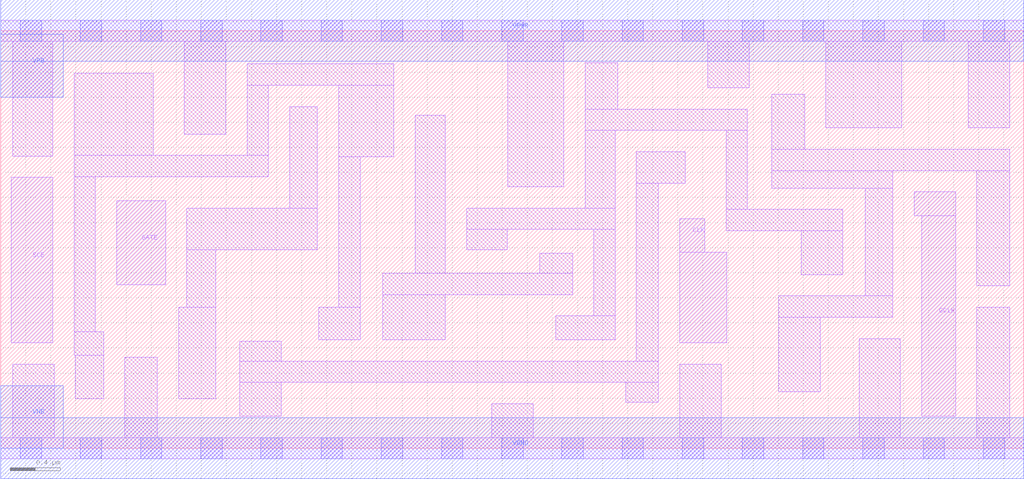
<source format=lef>
# Copyright 2020 The SkyWater PDK Authors
#
# Licensed under the Apache License, Version 2.0 (the "License");
# you may not use this file except in compliance with the License.
# You may obtain a copy of the License at
#
#     https://www.apache.org/licenses/LICENSE-2.0
#
# Unless required by applicable law or agreed to in writing, software
# distributed under the License is distributed on an "AS IS" BASIS,
# WITHOUT WARRANTIES OR CONDITIONS OF ANY KIND, either express or implied.
# See the License for the specific language governing permissions and
# limitations under the License.
#
# SPDX-License-Identifier: Apache-2.0

VERSION 5.5 ;
NAMESCASESENSITIVE ON ;
BUSBITCHARS "[]" ;
DIVIDERCHAR "/" ;
MACRO sky130_fd_sc_lp__sdlclkp_2
  CLASS CORE ;
  SOURCE USER ;
  ORIGIN  0.000000  0.000000 ;
  SIZE  8.160000 BY  3.330000 ;
  SYMMETRY X Y R90 ;
  SITE unit ;
  PIN GATE
    ANTENNAGATEAREA  0.159000 ;
    DIRECTION INPUT ;
    USE SIGNAL ;
    PORT
      LAYER li1 ;
        RECT 0.925000 1.305000 1.315000 1.975000 ;
    END
  END GATE
  PIN GCLK
    ANTENNADIFFAREA  0.588000 ;
    DIRECTION OUTPUT ;
    USE SIGNAL ;
    PORT
      LAYER li1 ;
        RECT 7.285000 1.855000 7.615000 2.045000 ;
        RECT 7.345000 0.255000 7.615000 1.855000 ;
    END
  END GCLK
  PIN SCE
    ANTENNAGATEAREA  0.159000 ;
    DIRECTION INPUT ;
    USE SIGNAL ;
    PORT
      LAYER li1 ;
        RECT 0.085000 0.840000 0.415000 2.160000 ;
    END
  END SCE
  PIN CLK
    ANTENNAGATEAREA  0.318000 ;
    DIRECTION INPUT ;
    USE CLOCK ;
    PORT
      LAYER li1 ;
        RECT 5.415000 0.840000 5.790000 1.565000 ;
        RECT 5.415000 1.565000 5.615000 1.830000 ;
    END
  END CLK
  PIN VGND
    DIRECTION INOUT ;
    USE GROUND ;
    PORT
      LAYER met1 ;
        RECT 0.000000 -0.245000 8.160000 0.245000 ;
    END
  END VGND
  PIN VNB
    DIRECTION INOUT ;
    USE GROUND ;
    PORT
      LAYER met1 ;
        RECT 0.000000 0.000000 0.500000 0.500000 ;
    END
  END VNB
  PIN VPB
    DIRECTION INOUT ;
    USE POWER ;
    PORT
      LAYER met1 ;
        RECT 0.000000 2.800000 0.500000 3.300000 ;
    END
  END VPB
  PIN VPWR
    DIRECTION INOUT ;
    USE POWER ;
    PORT
      LAYER met1 ;
        RECT 0.000000 3.085000 8.160000 3.575000 ;
    END
  END VPWR
  OBS
    LAYER li1 ;
      RECT 0.000000 -0.085000 8.160000 0.085000 ;
      RECT 0.000000  3.245000 8.160000 3.415000 ;
      RECT 0.095000  0.085000 0.425000 0.670000 ;
      RECT 0.095000  2.330000 0.415000 3.245000 ;
      RECT 0.585000  0.740000 0.820000 0.930000 ;
      RECT 0.585000  0.930000 0.755000 2.165000 ;
      RECT 0.585000  2.165000 2.135000 2.335000 ;
      RECT 0.585000  2.335000 1.215000 2.990000 ;
      RECT 0.595000  0.395000 0.820000 0.740000 ;
      RECT 0.990000  0.085000 1.250000 0.725000 ;
      RECT 1.420000  0.395000 1.715000 1.125000 ;
      RECT 1.465000  2.505000 1.795000 3.245000 ;
      RECT 1.485000  1.125000 1.715000 1.585000 ;
      RECT 1.485000  1.585000 2.525000 1.915000 ;
      RECT 1.905000  0.255000 2.235000 0.525000 ;
      RECT 1.905000  0.525000 5.245000 0.695000 ;
      RECT 1.905000  0.695000 2.235000 0.855000 ;
      RECT 1.965000  2.335000 2.135000 2.895000 ;
      RECT 1.965000  2.895000 3.135000 3.065000 ;
      RECT 2.305000  1.915000 2.525000 2.725000 ;
      RECT 2.535000  0.865000 2.865000 1.125000 ;
      RECT 2.695000  1.125000 2.865000 2.325000 ;
      RECT 2.695000  2.325000 3.135000 2.895000 ;
      RECT 3.045000  0.865000 3.545000 1.225000 ;
      RECT 3.045000  1.225000 4.560000 1.395000 ;
      RECT 3.305000  1.395000 3.545000 2.655000 ;
      RECT 3.715000  1.585000 4.040000 1.745000 ;
      RECT 3.715000  1.745000 4.900000 1.915000 ;
      RECT 3.915000  0.085000 4.245000 0.355000 ;
      RECT 4.045000  2.085000 4.490000 3.245000 ;
      RECT 4.300000  1.395000 4.560000 1.555000 ;
      RECT 4.425000  0.865000 4.900000 1.055000 ;
      RECT 4.660000  1.915000 4.900000 2.535000 ;
      RECT 4.660000  2.535000 5.955000 2.705000 ;
      RECT 4.660000  2.705000 4.920000 3.075000 ;
      RECT 4.730000  1.055000 4.900000 1.745000 ;
      RECT 4.985000  0.365000 5.245000 0.525000 ;
      RECT 5.070000  0.695000 5.245000 2.115000 ;
      RECT 5.070000  2.115000 5.460000 2.365000 ;
      RECT 5.415000  0.085000 5.745000 0.670000 ;
      RECT 5.640000  2.875000 5.970000 3.245000 ;
      RECT 5.785000  1.735000 6.715000 1.905000 ;
      RECT 5.785000  1.905000 5.955000 2.535000 ;
      RECT 6.150000  2.075000 7.115000 2.215000 ;
      RECT 6.150000  2.215000 8.045000 2.385000 ;
      RECT 6.150000  2.385000 6.410000 2.825000 ;
      RECT 6.205000  0.450000 6.535000 1.045000 ;
      RECT 6.205000  1.045000 7.115000 1.215000 ;
      RECT 6.385000  1.385000 6.715000 1.735000 ;
      RECT 6.580000  2.555000 7.185000 3.245000 ;
      RECT 6.845000  0.085000 7.175000 0.875000 ;
      RECT 6.895000  1.215000 7.115000 2.075000 ;
      RECT 7.715000  2.555000 8.045000 3.245000 ;
      RECT 7.785000  0.085000 8.045000 1.125000 ;
      RECT 7.785000  1.295000 8.045000 2.215000 ;
    LAYER mcon ;
      RECT 0.155000 -0.085000 0.325000 0.085000 ;
      RECT 0.155000  3.245000 0.325000 3.415000 ;
      RECT 0.635000 -0.085000 0.805000 0.085000 ;
      RECT 0.635000  3.245000 0.805000 3.415000 ;
      RECT 1.115000 -0.085000 1.285000 0.085000 ;
      RECT 1.115000  3.245000 1.285000 3.415000 ;
      RECT 1.595000 -0.085000 1.765000 0.085000 ;
      RECT 1.595000  3.245000 1.765000 3.415000 ;
      RECT 2.075000 -0.085000 2.245000 0.085000 ;
      RECT 2.075000  3.245000 2.245000 3.415000 ;
      RECT 2.555000 -0.085000 2.725000 0.085000 ;
      RECT 2.555000  3.245000 2.725000 3.415000 ;
      RECT 3.035000 -0.085000 3.205000 0.085000 ;
      RECT 3.035000  3.245000 3.205000 3.415000 ;
      RECT 3.515000 -0.085000 3.685000 0.085000 ;
      RECT 3.515000  3.245000 3.685000 3.415000 ;
      RECT 3.995000 -0.085000 4.165000 0.085000 ;
      RECT 3.995000  3.245000 4.165000 3.415000 ;
      RECT 4.475000 -0.085000 4.645000 0.085000 ;
      RECT 4.475000  3.245000 4.645000 3.415000 ;
      RECT 4.955000 -0.085000 5.125000 0.085000 ;
      RECT 4.955000  3.245000 5.125000 3.415000 ;
      RECT 5.435000 -0.085000 5.605000 0.085000 ;
      RECT 5.435000  3.245000 5.605000 3.415000 ;
      RECT 5.915000 -0.085000 6.085000 0.085000 ;
      RECT 5.915000  3.245000 6.085000 3.415000 ;
      RECT 6.395000 -0.085000 6.565000 0.085000 ;
      RECT 6.395000  3.245000 6.565000 3.415000 ;
      RECT 6.875000 -0.085000 7.045000 0.085000 ;
      RECT 6.875000  3.245000 7.045000 3.415000 ;
      RECT 7.355000 -0.085000 7.525000 0.085000 ;
      RECT 7.355000  3.245000 7.525000 3.415000 ;
      RECT 7.835000 -0.085000 8.005000 0.085000 ;
      RECT 7.835000  3.245000 8.005000 3.415000 ;
  END
END sky130_fd_sc_lp__sdlclkp_2
END LIBRARY

</source>
